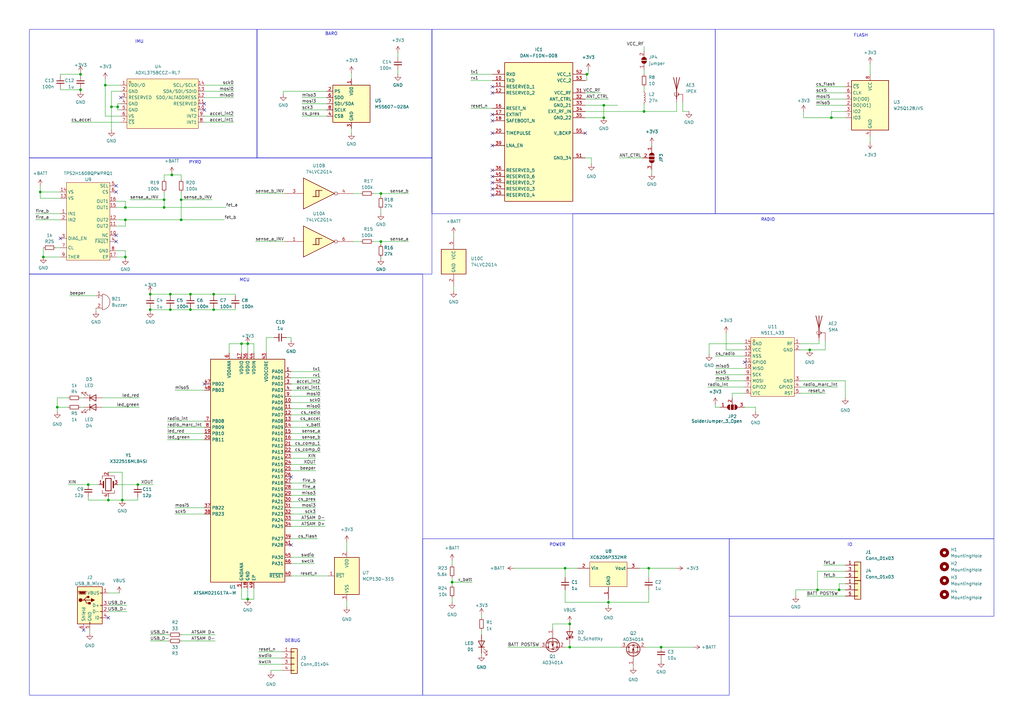
<source format=kicad_sch>
(kicad_sch (version 20250114) (generator "eeschema") (generator_version "9.0")
  (paper "A3")
  (rectangle (start 173.355 220.98) (end 299.085 285.115))
  (rectangle (start 293.37 12.065) (end 407.67 87.63))
  (rectangle (start 234.95 87.63) (end 407.67 220.98))
  (rectangle (start 105.41 12.065) (end 177.165 64.77))
  (rectangle (start 12.065 64.77) (end 177.165 112.395))
  (rectangle (start 177.165 12.065) (end 293.37 87.63))
  (rectangle (start 12.065 112.395) (end 173.355 285.115))
  (rectangle (start 12.065 12.065) (end 105.41 64.77))
  (rectangle (start 299.085 220.98) (end 407.67 252.73))
  (text "IMU" (at 57.15 17.145 0) (effects (font (size 1.27 1.27))))
  (text "PYRO" (at 80.01 66.675 0) (effects (font (size 1.27 1.27))))
  (text "DEBUG" (at 120.015 262.89 0) (effects (font (size 1.27 1.27))))
  (text "MCU" (at 100.33 114.935 0) (effects (font (size 1.27 1.27))))
  (text "BARO" (at 135.89 13.97 0) (effects (font (size 1.27 1.27))))
  (text "RADIO" (at 314.96 90.17 0) (effects (font (size 1.27 1.27))))
  (text "POWER" (at 228.6 223.52 0) (effects (font (size 1.27 1.27))))
  (text "GPS" (at 170.815 -70.485 0) (effects (font (size 1.27 1.27))))
  (text "FLASH" (at 353.06 14.605 0) (effects (font (size 1.27 1.27))))
  (text "IO\n" (at 348.615 223.52 0) (effects (font (size 1.27 1.27))))
  (junction (at 78.105 127))
  (junction (at 33.02 36.83))
  (junction (at 50.165 205.105))
  (junction (at 33.02 30.48))
  (junction (at 69.85 120.65))
  (junction (at 249.555 247.015))
  (junction (at 74.295 81.915))
  (junction (at 264.16 45.72))
  (junction (at 23.495 167.005))
  (junction (at 45.72 43.815))
  (junction (at 344.17 241.935))
  (junction (at 247.65 43.18))
  (junction (at 51.435 85.09))
  (junction (at 61.595 120.65))
  (junction (at 44.45 205.105))
  (junction (at 180.975 -38.735))
  (junction (at 335.28 241.935))
  (junction (at 240.665 30.48))
  (junction (at 99.06 140.97))
  (junction (at 156.21 79.375))
  (junction (at 51.435 105.41))
  (junction (at 332.105 143.51))
  (junction (at 101.6 140.97))
  (junction (at 67.31 85.09))
  (junction (at 156.21 99.06))
  (junction (at 61.595 127))
  (junction (at 233.68 255.905))
  (junction (at 78.105 120.65))
  (junction (at 266.065 233.045))
  (junction (at 43.18 34.925))
  (junction (at 231.775 233.045))
  (junction (at 16.51 78.74))
  (junction (at 56.515 198.755))
  (junction (at 74.295 90.17))
  (junction (at 51.435 90.17))
  (junction (at 101.6 245.745))
  (junction (at 87.63 120.65))
  (junction (at 139.065 -58.42))
  (junction (at 233.68 265.43))
  (junction (at 70.485 71.755))
  (junction (at 271.145 265.43))
  (junction (at 36.195 198.755))
  (junction (at 69.85 127))
  (junction (at 340.995 48.26))
  (junction (at 247.65 48.26))
  (junction (at 17.78 105.41))
  (junction (at 185.42 238.76))
  (junction (at 67.31 81.915))
  (junction (at 48.26 43.815))
  (junction (at 87.63 127))
  (no_connect (at 201.93 35.56))
  (no_connect (at 126.365 -38.735))
  (no_connect (at 201.93 80.01))
  (no_connect (at 34.29 258.445))
  (no_connect (at 44.45 253.365))
  (no_connect (at 83.82 157.48))
  (no_connect (at 47.625 76.2))
  (no_connect (at 49.53 40.005))
  (no_connect (at 126.365 -33.655))
  (no_connect (at 47.625 78.74))
  (no_connect (at 201.93 46.99))
  (no_connect (at 201.93 54.61))
  (no_connect (at 126.365 -26.035))
  (no_connect (at 201.93 69.85))
  (no_connect (at 201.93 49.53))
  (no_connect (at 47.625 96.52))
  (no_connect (at 156.845 -43.815))
  (no_connect (at 83.82 42.545))
  (no_connect (at 126.365 -41.275))
  (no_connect (at 240.03 54.61))
  (no_connect (at 201.93 74.93))
  (no_connect (at 119.38 195.58))
  (no_connect (at 201.93 72.39))
  (no_connect (at 119.38 223.52))
  (no_connect (at 305.435 148.59))
  (no_connect (at 126.365 -31.115))
  (no_connect (at 24.765 97.79))
  (no_connect (at 201.93 77.47))
  (no_connect (at 47.625 99.06))
  (no_connect (at 201.93 59.69))
  (no_connect (at 201.93 38.1))
  (no_connect (at 83.82 45.085))
  (wire (pts (xy 119.38 170.18) (xy 131.445 170.18)))
  (wire (pts (xy 185.42 245.11) (xy 185.42 247.015)))
  (wire (pts (xy 305.435 146.05) (xy 293.37 146.05)))
  (wire (pts (xy 163.195 28.575) (xy 163.195 30.48)))
  (wire (pts (xy 180.975 -65.405) (xy 180.975 -63.5)))
  (wire (pts (xy 142.24 222.25) (xy 142.24 226.06)))
  (wire (pts (xy 69.85 120.65) (xy 69.85 121.285)))
  (wire (pts (xy 27.94 163.195) (xy 23.495 163.195)))
  (wire (pts (xy 131.445 185.42) (xy 119.38 185.42)))
  (wire (pts (xy 338.455 143.51) (xy 332.105 143.51)))
  (wire (pts (xy 119.38 157.48) (xy 131.445 157.48)))
  (wire (pts (xy 335.915 140.97) (xy 335.915 139.7)))
  (wire (pts (xy 249.555 247.015) (xy 249.555 248.285)))
  (wire (pts (xy 271.145 270.51) (xy 271.145 271.145)))
  (wire (pts (xy 156.21 99.06) (xy 156.21 100.33)))
  (wire (pts (xy 119.38 154.94) (xy 131.445 154.94)))
  (wire (pts (xy 144.145 29.845) (xy 144.145 32.385)))
  (wire (pts (xy 145.415 -60.96) (xy 141.605 -60.96)))
  (wire (pts (xy 24.765 36.83) (xy 24.765 36.195)))
  (wire (pts (xy 194.31 -42.545) (xy 194.31 -38.735)))
  (wire (pts (xy 346.71 38.1) (xy 334.645 38.1)))
  (wire (pts (xy 44.45 250.825) (xy 52.07 250.825)))
  (wire (pts (xy 156.21 106.045) (xy 156.21 105.41)))
  (wire (pts (xy 33.02 30.48) (xy 24.765 30.48)))
  (wire (pts (xy 83.82 50.165) (xy 95.885 50.165)))
  (wire (pts (xy 231.775 265.43) (xy 233.68 265.43)))
  (wire (pts (xy 119.38 205.74) (xy 129.54 205.74)))
  (wire (pts (xy 335.28 234.315) (xy 346.71 234.315)))
  (wire (pts (xy 126.365 -48.895) (xy 117.475 -48.895)))
  (wire (pts (xy 240.665 30.48) (xy 240.665 33.02)))
  (wire (pts (xy 139.065 -58.42) (xy 139.065 -56.515)))
  (wire (pts (xy 144.145 52.705) (xy 144.145 54.61)))
  (wire (pts (xy 47.625 102.87) (xy 51.435 102.87)))
  (wire (pts (xy 50.165 205.105) (xy 44.45 205.105)))
  (wire (pts (xy 197.485 260.35) (xy 197.485 258.445)))
  (wire (pts (xy 338.455 139.7) (xy 338.455 143.51)))
  (wire (pts (xy 67.31 81.915) (xy 67.31 85.09)))
  (wire (pts (xy 163.195 21.59) (xy 163.195 23.495)))
  (wire (pts (xy 346.71 35.56) (xy 334.645 35.56)))
  (wire (pts (xy 36.195 205.105) (xy 44.45 205.105)))
  (wire (pts (xy 99.06 140.97) (xy 101.6 140.97)))
  (wire (pts (xy 87.63 127) (xy 87.63 126.365)))
  (wire (pts (xy 133.985 42.545) (xy 123.825 42.545)))
  (wire (pts (xy 340.995 45.72) (xy 340.995 48.26)))
  (wire (pts (xy 210.82 233.045) (xy 231.775 233.045)))
  (wire (pts (xy 68.58 172.72) (xy 83.82 172.72)))
  (wire (pts (xy 48.26 43.815) (xy 48.26 45.085)))
  (wire (pts (xy 16.51 81.28) (xy 16.51 78.74)))
  (wire (pts (xy 104.775 79.375) (xy 116.84 79.375)))
  (wire (pts (xy 119.38 200.66) (xy 129.54 200.66)))
  (wire (pts (xy 61.595 127) (xy 61.595 127.635)))
  (wire (pts (xy 346.71 163.195) (xy 346.71 156.21)))
  (wire (pts (xy 247.65 43.18) (xy 247.65 48.26)))
  (wire (pts (xy 51.435 106.045) (xy 51.435 105.41)))
  (wire (pts (xy 156.845 -31.115) (xy 164.465 -31.115)))
  (wire (pts (xy 343.535 158.75) (xy 328.295 158.75)))
  (wire (pts (xy 242.57 64.77) (xy 240.03 64.77)))
  (wire (pts (xy 240.03 48.26) (xy 247.65 48.26)))
  (wire (pts (xy 233.68 255.905) (xy 233.68 256.54)))
  (wire (pts (xy 139.065 -61.595) (xy 139.065 -58.42)))
  (wire (pts (xy 264.16 42.545) (xy 264.16 45.72)))
  (wire (pts (xy 61.595 127) (xy 69.85 127)))
  (wire (pts (xy 300.355 163.195) (xy 300.355 161.29)))
  (wire (pts (xy 61.595 120.65) (xy 61.595 121.285)))
  (wire (pts (xy 119.38 162.56) (xy 131.445 162.56)))
  (wire (pts (xy 267.335 59.055) (xy 267.335 59.69)))
  (wire (pts (xy 23.495 167.005) (xy 23.495 168.91)))
  (wire (pts (xy 335.28 241.935) (xy 344.17 241.935)))
  (wire (pts (xy 330.835 244.475) (xy 346.71 244.475)))
  (wire (pts (xy 208.28 265.43) (xy 221.615 265.43)))
  (wire (pts (xy 116.205 38.735) (xy 116.205 37.465)))
  (wire (pts (xy 226.695 255.905) (xy 233.68 255.905)))
  (wire (pts (xy 309.88 167.005) (xy 305.435 167.005)))
  (wire (pts (xy 70.485 71.755) (xy 74.295 71.755)))
  (wire (pts (xy 74.295 81.915) (xy 74.295 90.17)))
  (wire (pts (xy 249.555 245.745) (xy 249.555 247.015)))
  (wire (pts (xy 264.795 265.43) (xy 271.145 265.43)))
  (wire (pts (xy 180.975 -48.895) (xy 180.975 -46.99)))
  (wire (pts (xy 99.06 241.3) (xy 99.06 245.745)))
  (wire (pts (xy 193.04 44.45) (xy 201.93 44.45)))
  (wire (pts (xy 119.38 236.22) (xy 134.62 236.22)))
  (wire (pts (xy 249.555 247.015) (xy 266.065 247.015)))
  (wire (pts (xy 56.515 205.105) (xy 50.165 205.105)))
  (wire (pts (xy 87.63 127) (xy 96.52 127)))
  (wire (pts (xy 194.31 -38.735) (xy 180.975 -38.735)))
  (wire (pts (xy 249.555 247.015) (xy 231.775 247.015)))
  (wire (pts (xy 119.38 198.12) (xy 129.54 198.12)))
  (wire (pts (xy 293.37 165.735) (xy 293.37 167.005)))
  (wire (pts (xy 119.38 172.72) (xy 131.445 172.72)))
  (wire (pts (xy 346.71 156.21) (xy 328.295 156.21)))
  (wire (pts (xy 328.295 140.97) (xy 335.915 140.97)))
  (wire (pts (xy 197.485 252.095) (xy 197.485 253.365)))
  (wire (pts (xy 150.495 -60.96) (xy 156.845 -60.96)))
  (wire (pts (xy 112.395 138.43) (xy 109.22 138.43)))
  (wire (pts (xy 332.105 143.51) (xy 328.295 143.51)))
  (wire (pts (xy 51.435 105.41) (xy 47.625 105.41)))
  (wire (pts (xy 119.38 180.34) (xy 131.445 180.34)))
  (wire (pts (xy 56.515 198.755) (xy 62.865 198.755)))
  (wire (pts (xy 74.295 262.89) (xy 88.265 262.89)))
  (wire (pts (xy 67.31 71.755) (xy 67.31 73.66)))
  (wire (pts (xy 99.06 245.745) (xy 101.6 245.745)))
  (wire (pts (xy 43.18 34.925) (xy 49.53 34.925)))
  (wire (pts (xy 106.045 267.335) (xy 115.57 267.335)))
  (wire (pts (xy 153.035 79.375) (xy 156.21 79.375)))
  (wire (pts (xy 305.435 151.13) (xy 293.37 151.13)))
  (wire (pts (xy 61.595 127) (xy 61.595 126.365)))
  (wire (pts (xy 156.845 -38.735) (xy 180.975 -38.735)))
  (wire (pts (xy 141.605 -60.96) (xy 141.605 -56.515)))
  (wire (pts (xy 47.625 82.55) (xy 51.435 82.55)))
  (wire (pts (xy 242.57 67.31) (xy 242.57 64.77)))
  (wire (pts (xy 70.485 71.12) (xy 70.485 71.755)))
  (wire (pts (xy 22.86 101.6) (xy 24.765 101.6)))
  (wire (pts (xy 44.45 248.285) (xy 52.07 248.285)))
  (wire (pts (xy 45.72 37.465) (xy 49.53 37.465)))
  (wire (pts (xy 119.38 210.82) (xy 129.54 210.82)))
  (wire (pts (xy 340.995 48.26) (xy 346.71 48.26)))
  (wire (pts (xy 141.605 -20.955) (xy 141.605 -17.145)))
  (wire (pts (xy 83.82 47.625) (xy 95.885 47.625)))
  (wire (pts (xy 153.035 99.06) (xy 156.21 99.06)))
  (wire (pts (xy 24.765 81.28) (xy 16.51 81.28)))
  (wire (pts (xy 246.38 38.1) (xy 240.03 38.1)))
  (wire (pts (xy 45.72 43.815) (xy 48.26 43.815)))
  (wire (pts (xy 117.475 -28.575) (xy 126.365 -28.575)))
  (wire (pts (xy 193.675 238.76) (xy 185.42 238.76)))
  (wire (pts (xy 199.39 -38.735) (xy 196.85 -38.735)))
  (wire (pts (xy 119.38 187.96) (xy 129.54 187.96)))
  (wire (pts (xy 57.15 163.195) (xy 41.91 163.195)))
  (wire (pts (xy 241.3 28.575) (xy 241.3 30.48)))
  (wire (pts (xy 119.38 138.43) (xy 117.475 138.43)))
  (wire (pts (xy 164.465 -16.51) (xy 164.465 -17.78)))
  (wire (pts (xy 43.18 47.625) (xy 49.53 47.625)))
  (wire (pts (xy 240.03 40.64) (xy 249.555 40.64)))
  (wire (pts (xy 119.38 139.7) (xy 119.38 138.43)))
  (wire (pts (xy 104.14 144.78) (xy 104.14 140.97)))
  (wire (pts (xy 47.625 85.09) (xy 51.435 85.09)))
  (wire (pts (xy 335.28 234.315) (xy 335.28 241.935)))
  (wire (pts (xy 156.21 99.06) (xy 167.64 99.06)))
  (wire (pts (xy 44.45 243.205) (xy 48.895 243.205)))
  (wire (pts (xy 23.495 163.195) (xy 23.495 167.005)))
  (wire (pts (xy 185.42 236.855) (xy 185.42 238.76)))
  (wire (pts (xy 51.435 92.71) (xy 51.435 90.17)))
  (wire (pts (xy 240.665 33.02) (xy 240.03 33.02)))
  (wire (pts (xy 111.125 275.59) (xy 111.125 274.955)))
  (wire (pts (xy 33.02 36.83) (xy 33.02 36.195)))
  (wire (pts (xy 119.38 215.9) (xy 133.35 215.9)))
  (wire (pts (xy 186.055 95.885) (xy 186.055 97.155)))
  (wire (pts (xy 119.38 203.2) (xy 129.54 203.2)))
  (wire (pts (xy 74.295 81.915) (xy 86.995 81.915)))
  (wire (pts (xy 144.78 99.06) (xy 147.955 99.06)))
  (wire (pts (xy 83.82 40.005) (xy 95.885 40.005)))
  (wire (pts (xy 53.34 81.915) (xy 67.31 81.915)))
  (wire (pts (xy 69.85 120.65) (xy 78.105 120.65)))
  (wire (pts (xy 290.83 140.97) (xy 305.435 140.97)))
  (wire (pts (xy 47.625 92.71) (xy 51.435 92.71)))
  (wire (pts (xy 126.365 -46.355) (xy 117.475 -46.355)))
  (wire (pts (xy 104.14 241.3) (xy 104.14 245.745)))
  (wire (pts (xy 233.68 264.16) (xy 233.68 265.43)))
  (wire (pts (xy 277.495 41.91) (xy 277.495 45.72)))
  (wire (pts (xy 24.765 78.74) (xy 16.51 78.74)))
  (wire (pts (xy 67.31 78.74) (xy 67.31 81.915)))
  (wire (pts (xy 39.37 126.365) (xy 39.37 127.635)))
  (wire (pts (xy 48.26 198.755) (xy 56.515 198.755)))
  (wire (pts (xy 44.45 193.675) (xy 50.165 193.675)))
  (wire (pts (xy 201.93 30.48) (xy 193.04 30.48)))
  (wire (pts (xy 271.145 265.43) (xy 284.48 265.43)))
  (wire (pts (xy 44.45 205.105) (xy 44.45 203.835)))
  (wire (pts (xy 68.58 175.26) (xy 83.82 175.26)))
  (wire (pts (xy 133.985 40.005) (xy 123.825 40.005)))
  (wire (pts (xy 83.82 208.28) (xy 71.755 208.28)))
  (wire (pts (xy 74.295 90.17) (xy 92.075 90.17)))
  (wire (pts (xy 93.98 144.78) (xy 93.98 140.97)))
  (wire (pts (xy 119.38 152.4) (xy 131.445 152.4)))
  (wire (pts (xy 240.03 43.18) (xy 247.65 43.18)))
  (wire (pts (xy 280.035 45.72) (xy 280.035 41.91)))
  (wire (pts (xy 69.215 260.35) (xy 61.595 260.35)))
  (wire (pts (xy 266.065 233.045) (xy 266.065 236.855)))
  (wire (pts (xy 119.38 160.02) (xy 131.445 160.02)))
  (wire (pts (xy 36.195 203.835) (xy 36.195 205.105)))
  (wire (pts (xy 329.565 48.26) (xy 340.995 48.26)))
  (wire (pts (xy 49.53 50.165) (xy 29.21 50.165)))
  (wire (pts (xy 266.065 233.045) (xy 277.495 233.045)))
  (wire (pts (xy 144.78 79.375) (xy 147.955 79.375)))
  (wire (pts (xy 116.205 37.465) (xy 133.985 37.465)))
  (wire (pts (xy 264.16 19.05) (xy 264.16 20.955)))
  (wire (pts (xy 51.435 90.17) (xy 74.295 90.17)))
  (wire (pts (xy 346.71 43.18) (xy 334.645 43.18)))
  (wire (pts (xy 87.63 120.65) (xy 87.63 121.285)))
  (wire (pts (xy 69.215 262.89) (xy 61.595 262.89)))
  (wire (pts (xy 326.39 241.935) (xy 335.28 241.935)))
  (wire (pts (xy 96.52 127) (xy 96.52 126.365)))
  (wire (pts (xy 356.87 55.88) (xy 356.87 58.42)))
  (wire (pts (xy 264.16 35.56) (xy 264.16 37.465)))
  (wire (pts (xy 119.38 208.28) (xy 129.54 208.28)))
  (wire (pts (xy 51.435 82.55) (xy 51.435 85.09)))
  (wire (pts (xy 142.24 246.38) (xy 142.24 248.92)))
  (wire (pts (xy 231.775 233.045) (xy 231.775 236.855)))
  (wire (pts (xy 156.21 79.375) (xy 156.21 80.645)))
  (wire (pts (xy 78.105 127) (xy 78.105 126.365)))
  (wire (pts (xy 74.295 260.35) (xy 88.265 260.35)))
  (wire (pts (xy 344.17 241.935) (xy 346.71 241.935)))
  (wire (pts (xy 28.575 121.285) (xy 39.37 121.285)))
  (wire (pts (xy 109.22 138.43) (xy 109.22 144.78)))
  (wire (pts (xy 233.68 265.43) (xy 254.635 265.43)))
  (wire (pts (xy 74.295 73.66) (xy 74.295 71.755)))
  (wire (pts (xy 156.21 79.375) (xy 167.64 79.375)))
  (wire (pts (xy 119.38 190.5) (xy 129.54 190.5)))
  (wire (pts (xy 101.6 241.3) (xy 101.6 245.745)))
  (wire (pts (xy 305.435 153.67) (xy 293.37 153.67)))
  (wire (pts (xy 93.98 140.97) (xy 99.06 140.97)))
  (wire (pts (xy 24.765 87.63) (xy 14.605 87.63)))
  (wire (pts (xy 247.65 43.18) (xy 253.365 43.18)))
  (wire (pts (xy 119.38 177.8) (xy 131.445 177.8)))
  (wire (pts (xy 69.85 127) (xy 69.85 126.365)))
  (wire (pts (xy 24.765 30.48) (xy 24.765 31.115)))
  (wire (pts (xy 326.39 244.475) (xy 326.39 241.935)))
  (wire (pts (xy 186.055 117.475) (xy 186.055 119.38)))
  (wire (pts (xy 164.465 -31.115) (xy 164.465 -25.4)))
  (wire (pts (xy 48.26 43.815) (xy 48.26 42.545)))
  (wire (pts (xy 180.975 -55.88) (xy 180.975 -53.975)))
  (wire (pts (xy 45.72 43.815) (xy 45.72 37.465)))
  (wire (pts (xy 240.03 45.72) (xy 264.16 45.72)))
  (wire (pts (xy 43.18 34.925) (xy 43.18 47.625)))
  (wire (pts (xy 78.105 120.65) (xy 87.63 120.65)))
  (wire (pts (xy 83.82 34.925) (xy 95.885 34.925)))
  (wire (pts (xy 226.695 255.905) (xy 226.695 257.81)))
  (wire (pts (xy 290.83 145.415) (xy 290.83 140.97)))
  (wire (pts (xy 61.595 120.65) (xy 69.85 120.65)))
  (wire (pts (xy 83.82 210.82) (xy 71.755 210.82)))
  (wire (pts (xy 156.21 85.725) (xy 156.21 87.63)))
  (wire (pts (xy 263.525 64.77) (xy 254 64.77)))
  (wire (pts (xy 293.37 167.005) (xy 295.275 167.005)))
  (wire (pts (xy 233.68 255.27) (xy 233.68 255.905)))
  (wire (pts (xy 99.06 144.78) (xy 99.06 140.97)))
  (wire (pts (xy 33.02 30.48) (xy 33.02 31.115)))
  (wire (pts (xy 51.435 102.87) (xy 51.435 105.41)))
  (wire (pts (xy 67.31 85.09) (xy 92.71 85.09)))
  (wire (pts (xy 133.985 45.085) (xy 123.825 45.085)))
  (wire (pts (xy 104.775 99.06) (xy 116.84 99.06)))
  (wire (pts (xy 356.87 26.035) (xy 356.87 30.48)))
  (wire (pts (xy 119.38 182.88) (xy 131.445 182.88)))
  (wire (pts (xy 146.685 -56.515) (xy 153.67 -56.515)))
  (wire (pts (xy 68.58 177.8) (xy 83.82 177.8)))
  (wire (pts (xy 56.515 203.835) (xy 56.515 205.105)))
  (wire (pts (xy 104.14 140.97) (xy 101.6 140.97)))
  (wire (pts (xy 111.125 274.955) (xy 115.57 274.955)))
  (wire (pts (xy 346.71 239.395) (xy 344.17 239.395)))
  (wire (pts (xy 197.485 267.97) (xy 197.485 268.605)))
  (wire (pts (xy 309.88 168.91) (xy 309.88 167.005)))
  (wire (pts (xy 196.85 -38.735) (xy 196.85 -42.545)))
  (wire (pts (xy 27.94 198.755) (xy 36.195 198.755)))
  (wire (pts (xy 16.51 78.74) (xy 16.51 76.2)))
  (wire (pts (xy 115.57 269.875) (xy 106.045 269.875)))
  (wire (pts (xy 43.18 32.385) (xy 43.18 34.925)))
  (wire (pts (xy 33.02 163.195) (xy 34.29 163.195)))
  (wire (pts (xy 259.715 273.685) (xy 259.715 273.05)))
  (wire (pts (xy 70.485 71.755) (xy 67.31 71.755)))
  (wire (pts (xy 185.42 229.87) (xy 185.42 231.775)))
  (wire (pts (xy 104.14 245.745) (xy 101.6 245.745)))
  (wire (pts (xy 61.595 120.015) (xy 61.595 120.65)))
  (wire (pts (xy 119.38 228.6) (xy 128.905 228.6)))
  (wire (pts (xy 337.82 236.855) (xy 346.71 236.855)))
  (wire (pts (xy 264.16 28.575) (xy 264.16 30.48)))
  (wire (pts (xy 87.63 120.65) (xy 96.52 120.65)))
  (wire (pts (xy 282.575 45.72) (xy 280.035 45.72)))
  (wire (pts (xy 33.02 36.83) (xy 33.02 37.465)))
  (wire (pts (xy 133.985 47.625) (xy 123.825 47.625)))
  (wire (pts (xy 297.815 143.51) (xy 305.435 143.51)))
  (wire (pts (xy 45.72 53.34) (xy 45.72 43.815)))
  (wire (pts (xy 119.38 175.26) (xy 131.445 175.26)))
  (wire (pts (xy 136.525 -58.42) (xy 136.525 -56.515)))
  (wire (pts (xy 262.255 233.045) (xy 266.065 233.045)))
  (wire (pts (xy 241.3 30.48) (xy 240.665 30.48)))
  (wire (pts (xy 119.38 167.64) (xy 131.445 167.64)))
  (wire (pts (xy 346.71 45.72) (xy 340.995 45.72)))
  (wire (pts (xy 305.435 156.21) (xy 293.37 156.21)))
  (wire (pts (xy 83.82 160.02) (xy 71.755 160.02)))
  (wire (pts (xy 240.03 30.48) (xy 240.665 30.48)))
  (wire (pts (xy 36.195 198.755) (xy 40.64 198.755)))
  (wire (pts (xy 83.82 37.465) (xy 95.885 37.465)))
  (wire (pts (xy 231.775 241.935) (xy 231.775 247.015)))
  (wire (pts (xy 277.495 45.72) (xy 264.16 45.72)))
  (wire (pts (xy 47.625 90.17) (xy 51.435 90.17)))
  (wire (pts (xy 96.52 120.65) (xy 96.52 121.285)))
  (wire (pts (xy 33.02 167.005) (xy 34.29 167.005)))
  (wire (pts (xy 74.295 78.74) (xy 74.295 81.915)))
  (wire (pts (xy 48.26 45.085) (xy 49.53 45.085)))
  (wire (pts (xy 329.565 45.72) (xy 329.565 48.26)))
  (wire (pts (xy 57.15 167.005) (xy 41.91 167.005)))
  (wire (pts (xy 129.54 193.04) (xy 119.38 193.04)))
  (wire (pts (xy 201.93 33.02) (xy 193.04 33.02)))
  (wire (pts (xy 48.26 42.545) (xy 49.53 42.545)))
  (wire (pts (xy 78.105 127) (xy 87.63 127)))
  (wire (pts (xy 17.78 101.6) (xy 17.78 105.41)))
  (wire (pts (xy 139.065 -58.42) (xy 136.525 -58.42)))
  (wire (pts (xy 115.57 272.415) (xy 106.045 272.415)))
  (wire (pts (xy 27.94 167.005) (xy 23.495 167.005)))
  (wire (pts (xy 337.82 231.775) (xy 346.71 231.775)))
  (wire (pts (xy 119.38 220.98) (xy 130.175 220.98)))
  (wire (pts (xy 17.78 105.41) (xy 24.765 105.41)))
  (wire (pts (xy 290.195 158.75) (xy 305.435 158.75)))
  (wire (pts (xy 33.02 29.845) (xy 33.02 30.48)))
  (wire (pts (xy 164.465 -11.43) (xy 164.465 -6.985)))
  (wire (pts (xy 119.38 231.14) (xy 128.905 231.14)))
  (wire (pts (xy 78.105 120.65) (xy 78.105 121.285)))
  (wire (pts (xy 24.765 90.17) (xy 14.605 90.17)))
  (wire (pts (xy 266.065 241.935) (xy 266.065 247.015)))
  (wire (pts (xy 300.355 161.29) (xy 305.435 161.29)))
  (wire (pts (xy 36.83 258.445) (xy 36.83 259.715)))
  (wire (pts (xy 180.975 -41.91) (xy 180.975 -38.735)))
  (wire (pts (xy 50.165 193.675) (xy 50.165 205.105)))
  (wire (pts (xy 346.71 40.64) (xy 334.645 40.64)))
  (wire (pts (xy 338.455 161.29) (xy 328.295 161.29)))
  (wire (pts (xy 101.6 140.97) (xy 101.6 144.78)))
  (wire (pts (xy 185.42 238.76) (xy 185.42 240.03)))
  (wire (pts (xy 33.02 36.83) (xy 24.765 36.83)))
  (wire (pts (xy 119.38 165.1) (xy 131.445 165.1)))
  (wire (pts (xy 297.815 136.525) (xy 297.815 143.51)))
  (wire (pts (xy 69.85 127) (xy 78.105 127)))
  (wire (pts (xy 267.335 69.85) (xy 267.335 71.12)))
  (wire (pts (xy 344.17 239.395) (xy 344.17 241.935)))
  (wire (pts (xy 68.58 180.34) (xy 83.82 180.34)))
  (wire (pts (xy 231.775 233.045) (xy 236.855 233.045)))
  (wire (pts (xy 119.38 213.36) (xy 133.35 213.36)))
  (wire (pts (xy 51.435 85.09) (xy 67.31 85.09)))
  (label "sense_b_INV" (at 104.775 79.375 0))
  (label "sck5" (at 293.37 153.67 0))
  (label "fet_b" (at 337.82 236.855 0))
  (label "sense_b_INV" (at 86.995 81.915 180))
  (label "USB_D+" (at 61.595 260.35 0))
  (label "mosi3" (at 129.54 208.28 180))
  (label "ATSAM D-" (at 88.265 262.89 180))
  (label "XOUT" (at 129.54 190.5 180))
  (label "sck3" (at 123.825 45.085 0))
  (label "ANT_CTRL" (at 249.555 40.64 180))
  (label "cs_radio" (at 131.445 170.18 180))
  (label "ANT_CTRL" (at 254 64.77 0))
  (label "sck5" (at 71.755 210.82 0))
  (label "cs_comp_1" (at 131.445 182.88 180))
  (label "sense_a_INV" (at 53.34 81.915 0))
  (label "rx1" (at 131.445 154.94 180))
  (label "fire_a" (at 14.605 90.17 0))
  (label "sck3" (at 129.54 210.82 180))
  (label "sense_b" (at 131.445 180.34 180))
  (label "mosi5" (at 334.645 40.64 0))
  (label "rx1" (at 117.475 -48.895 0))
  (label "cs_flash" (at 130.175 220.98 180))
  (label "USB_D+" (at 52.07 248.285 180))
  (label "led_green" (at 68.58 180.34 0))
  (label "sense_a_INV" (at 104.775 99.06 0))
  (label "beeper" (at 129.54 193.04 180))
  (label "fet_a" (at 92.71 85.09 0))
  (label "reset_n" (at 338.455 161.29 180))
  (label "cs_pres" (at 123.825 47.625 0))
  (label "radio_int" (at 290.195 158.75 0))
  (label "miso3" (at 123.825 40.005 0))
  (label "radio_int" (at 68.58 172.72 0))
  (label "tx1" (at 131.445 152.4 180))
  (label "VCC_RF" (at 153.67 -56.515 180))
  (label "beeper" (at 28.575 121.285 0))
  (label "miso3" (at 129.54 203.2 180))
  (label "fet_a" (at 337.82 231.775 0))
  (label "VCC_RF" (at 246.38 38.1 180))
  (label "fire_b" (at 129.54 198.12 180))
  (label "USB_D-" (at 52.07 250.825 180))
  (label "ATSAM D+" (at 133.35 215.9 180))
  (label "sense_a" (at 131.445 177.8 180))
  (label "XIN" (at 27.94 198.755 0))
  (label "sense_a" (at 167.64 99.06 180))
  (label "reset_n" (at 130.175 236.22 180))
  (label "mosi5" (at 71.755 208.28 0))
  (label "swdio" (at 106.045 269.875 0))
  (label "rx1" (at 193.04 33.02 0))
  (label "swclk" (at 106.045 272.415 0))
  (label "reset_n" (at 117.475 -28.575 0))
  (label "miso5" (at 71.755 160.02 0))
  (label "mosi0" (at 131.445 162.56 180))
  (label "led_green" (at 57.15 167.005 180))
  (label "reset_n" (at 193.04 44.45 0))
  (label "cs_accel" (at 131.445 172.72 180))
  (label "VCC_RF" (at 264.16 19.05 180))
  (label "reset_n" (at 106.045 267.335 0))
  (label "miso5" (at 334.645 43.18 0))
  (label "swclk" (at 128.905 231.14 180))
  (label "cs_accel" (at 29.21 50.165 0))
  (label "cs_pres" (at 129.54 205.74 180))
  (label "miso0" (at 95.885 40.005 180))
  (label "sck0" (at 95.885 34.925 180))
  (label "mosi3" (at 123.825 42.545 0))
  (label "accel_int2" (at 131.445 157.48 180))
  (label "fet_b" (at 92.075 90.17 0))
  (label "BATT POSTSW" (at 208.28 265.43 0))
  (label "miso0" (at 131.445 167.64 180))
  (label "accel_int1" (at 131.445 160.02 180))
  (label "led_red" (at 57.15 163.195 180))
  (label "ATSAM D+" (at 88.265 260.35 180))
  (label "v_batt" (at 131.445 175.26 180))
  (label "miso5" (at 293.37 151.13 0))
  (label "accel_int1" (at 95.885 50.165 180))
  (label "accel_int2" (at 95.885 47.625 180))
  (label "cs_radio" (at 293.37 146.05 0))
  (label "VCC_RF" (at 180.975 -65.405 180))
  (label "ATSAM D-" (at 133.35 213.36 180))
  (label "sck0" (at 131.445 165.1 180))
  (label "XOUT" (at 62.865 198.755 180))
  (label "sense_b" (at 167.64 79.375 180))
  (label "swdio" (at 128.905 228.6 180))
  (label "led_red" (at 68.58 177.8 0))
  (label "tx1" (at 193.04 30.48 0))
  (label "BATT POSTSW" (at 330.835 244.475 0))
  (label "mosi0" (at 95.885 37.465 180))
  (label "USB_D-" (at 61.595 262.89 0))
  (label "sck5" (at 334.645 38.1 0))
  (label "radio_marc_int" (at 343.535 158.75 180))
  (label "fire_b" (at 14.605 87.63 0))
  (label "radio_marc_int" (at 68.58 175.26 0))
  (label "cs_flash" (at 334.645 35.56 0))
  (label "cs_comp_0" (at 131.445 185.42 180))
  (label "fire_a" (at 129.54 200.66 180))
  (label "mosi5" (at 293.37 156.21 0))
  (label "XIN" (at 129.54 187.96 180))
  (label "tx1" (at 117.475 -46.355 0))
  (label "v_batt" (at 193.675 238.76 180))
  (symbol (lib_name "+3V3_2") (lib_id "power:+3V3") (at 43.18 32.385 0) (unit 1)
    (property "Reference" "#PWR025" (effects (hide yes)))
    (property "Value" "+3V3" (at 43.18 27.305 0))
    (property "Description" "Power symbol creates a global label with name \"+3V3\"" (effects (hide yes)))
  )
  (symbol (lib_name "+3V3_5") (lib_id "power:+3V3") (at 356.87 26.035 0) (unit 1)
    (property "Reference" "#PWR040" (effects (hide yes)))
    (property "Value" "+3V3" (at 356.87 21.59 0))
    (property "Description" "Power symbol creates a global label with name \"+3V3\"" (effects (hide yes)))
  )
  (symbol (lib_id "Device:R_Small") (at 164.465 -13.97 0) (mirror x) (unit 1)
    (property "Reference" "R6" (at 167.64 -15.24 0))
    (property "Value" "1k" (at 167.64 -12.7 0))
    (property "Footprint" "Resistor_SMD:R_0402_1005Metric" (effects (hide yes)))
    (property "LCSC Part" "C11702" (effects (hide yes)))
  )
  (symbol (lib_id "Device:R_Small") (at 147.955 -60.96 90) (unit 1)
    (property "Reference" "R7" (at 147.955 -66.04 90))
    (property "Value" "56k" (at 147.955 -63.5 90))
    (property "Footprint" "Resistor_SMD:R_0402_1005Metric" (effects (hide yes)))
    (property "Description" "Resistor, small symbol" (effects (hide yes)))
    (property "LCSC Part" "C25796" (effects (hide yes)))
  )
  (symbol (lib_id "Device:LED") (at 38.1 167.005 0) (unit 1) (in_bom no)
    (property "Reference" "D4" (at 36.5125 174.625 0))
    (property "Value" "LED" (at 36.5125 172.085 0))
    (property "Footprint" "LED_SMD:LED_0805_2012Metric" (effects (hide yes)))
  )
  (symbol (lib_id "74xGxx:74LVC2G14") (at 132.08 79.375 0) (unit 2)
    (property "Reference" "U10" (at 130.81 67.945 0))
    (property "Value" "74LVC2G14" (at 130.81 70.485 0))
    (property "Footprint" "Package_TO_SOT_SMD:SOT-363_SC-70-6" (effects (hide yes)))
    (property "Datasheet" "https://www.ti.com/lit/ds/symlink/sn74lvc2g14.pdf" (effects (hide yes)))
    (property "Description" "Dual NOT Gate, Schmitt Triggered, Low-Voltage CMOS" (effects (hide yes)))
    (property "LCSC Part" "C19829575" (effects (hide yes)))
  )
  (symbol (lib_name "GND_13") (lib_id "power:GND") (at 332.105 143.51 0) (unit 1)
    (property "Reference" "#PWR060" (effects (hide yes)))
    (property "Value" "GND" (at 332.105 148.59 0))
    (property "Description" "Power symbol creates a global label with name \"GND\" , ground" (effects (hide yes)))
  )
  (symbol (lib_id "power:+12P") (at 284.48 265.43 270) (unit 1)
    (property "Reference" "#PWR010" (effects (hide yes)))
    (property "Value" "+BATT" (at 287.655 265.43 90) (effects (justify left)))
  )
  (symbol (lib_id "Device:R_Small") (at 180.975 -51.435 0) (mirror x) (unit 1)
    (property "Reference" "R10" (at 184.15 -52.705 0))
    (property "Value" "10" (at 184.15 -50.165 0))
    (property "Footprint" "Resistor_SMD:R_0402_1005Metric" (effects (hide yes)))
    (property "Description" "10ohm, 5% 0.25W" (effects (hide yes)))
    (property "LCSC Part" "C11702" (effects (hide yes)))
  )
  (symbol (lib_name "Conn_01x03_1") (lib_id "Connector_Generic:Conn_01x03") (at 351.79 241.935 0) (unit 1)
    (property "Reference" "J4" (at 354.965 234.0609 0) (effects (justify left)))
    (property "Value" "Conn_01x03" (at 354.965 236.6009 0) (effects (justify left)))
    (property "Footprint" "footprints:CONN3_2059-303&slash_998-403_WAG" (effects (hide yes)))
    (property "Description" "Generic connector, single row, 01x03, script generated (kicad-library-utils/schlib/autogen/connector/)" (effects (hide yes)))
    (property "Part #" "2059-323/998-403" (effects (hide yes)))
  )
  (symbol (lib_name "GND_7") (lib_id "power:GND") (at 163.195 30.48 0) (unit 1)
    (property "Reference" "#PWR031" (effects (hide yes)))
    (property "Value" "GND" (at 163.195 34.925 0))
    (property "Description" "Power symbol creates a global label with name \"GND\" , ground" (effects (hide yes)))
  )
  (symbol (lib_name "GND_3") (lib_id "power:GND") (at 185.42 247.015 0) (unit 1)
    (property "Reference" "#PWR062" (effects (hide yes)))
    (property "Value" "GND" (at 185.42 252.095 0))
    (property "Description" "Power symbol creates a global label with name \"GND\" , ground" (effects (hide yes)))
  )
  (symbol (lib_name "GND_8") (lib_id "power:GND") (at 199.39 -38.735 0) (unit 1)
    (property "Reference" "#PWR038" (effects (hide yes)))
    (property "Value" "GND" (at 199.39 -34.29 0))
    (property "Description" "Power symbol creates a global label with name \"GND\" , ground" (effects (hide yes)))
  )
  (symbol (lib_id "Device:R_Small") (at 156.21 102.87 0) (mirror x) (unit 1)
    (property "Reference" "R16" (at 157.48 101.6 0) (effects (justify left)))
    (property "Value" "27k" (at 157.48 104.14 0) (effects (justify left)))
    (property "Footprint" "Resistor_SMD:R_0402_1005Metric" (effects (hide yes)))
    (property "Description" "Resistor, small symbol" (effects (hide yes)))
    (property "LCSC Part" "C25771" (effects (hide yes)))
  )
  (symbol (lib_id "Device:R_Small") (at 71.755 260.35 90) (unit 1)
    (property "Reference" "R2" (at 71.755 255.27 90))
    (property "Value" "33" (at 71.755 257.81 90))
    (property "Footprint" "Resistor_SMD:R_0402_1005Metric" (effects (hide yes)))
    (property "Description" "Resistor, small symbol" (effects (hide yes)))
    (property "LCSC Part" "C25105" (effects (hide yes)))
  )
  (symbol (lib_id "Jumper:SolderJumper_3_Open") (at 300.355 167.005 0) (mirror x) (unit 1) (in_bom no)
    (property "Reference" "JP2" (at 300.355 170.815 0))
    (property "Value" "SolderJumper_3_Open" (at 294.005 172.72 0))
    (property "Footprint" "Jumper:SolderJumper-3_P1.3mm_Open_RoundedPad1.0x1.5mm" (effects (hide yes)))
    (property "Description" "Solder Jumper, 3-pole, open" (effects (hide yes)))
  )
  (symbol (lib_id "power:+3V3") (at 61.595 120.015 0) (unit 1)
    (property "Reference" "#PWR015" (effects (hide yes)))
    (property "Value" "+3V3" (at 61.595 116.84 0))
  )
  (symbol (lib_id "power:GND") (at 259.715 273.685 0) (unit 1)
    (property "Reference" "#PWR07" (effects (hide yes)))
    (property "Value" "GND" (at 259.715 278.765 0))
  )
  (symbol (lib_id "Device:R_Small") (at 30.48 167.005 90) (unit 1)
    (property "Reference" "R5" (at 30.48 169.545 90))
    (property "Value" "1k" (at 30.48 172.085 90))
    (property "Footprint" "Resistor_SMD:R_0402_1005Metric" (effects (hide yes)))
    (property "LCSC Part" "C11702" (effects (hide yes)))
  )
  (symbol (lib_id "Mechanical:MountingHole") (at 387.35 232.41 0) (unit 1)
    (property "Reference" "H2" (at 389.89 231.1399 0) (effects (justify left)))
    (property "Value" "MountingHole" (at 389.89 233.6799 0) (effects (justify left)))
    (property "Footprint" "MountingHole:MountingHole_3.2mm_M3" (effects (hide yes)))
    (property "Description" "Mounting Hole without connection" (effects (hide yes)))
  )
  (symbol (lib_name "+3V3_4") (lib_id "power:+3V3") (at 267.335 59.055 0) (unit 1)
    (property "Reference" "#PWR045" (effects (hide yes)))
    (property "Value" "+3V3" (at 267.335 53.975 0))
    (property "Description" "Power symbol creates a global label with name \"+3V3\"" (effects (hide yes)))
  )
  (symbol (lib_name "GND_8") (lib_id "power:GND") (at 247.65 48.26 0) (unit 1)
    (property "Reference" "#PWR044" (effects (hide yes)))
    (property "Value" "GND" (at 247.65 52.705 0))
    (property "Description" "Power symbol creates a global label with name \"GND\" , ground" (effects (hide yes)))
  )
  (symbol (lib_id "Device:C_Small") (at 56.515 201.295 0) (mirror y) (unit 1)
    (property "Reference" "C11" (at 58.42 200.66 0) (effects (justify right)))
    (property "Value" "12p" (at 58.42 203.2 0) (effects (justify right)))
    (property "Footprint" "Capacitor_SMD:C_0402_1005Metric" (effects (hide yes)))
    (property "Description" "Unpolarized capacitor, small symbol" (effects (hide yes)))
    (property "LCSC Part" "C1547" (effects (hide yes)))
  )
  (symbol (lib_id ".kicad_sym:XC6206P332MR") (at 249.555 233.045 0) (unit 1)
    (property "Reference" "U8" (at 249.555 226.06 0))
    (property "Value" "XC6206P332MR" (at 249.555 228.6 0))
    (property "Footprint" "Package_TO_SOT_SMD:SOT-23-3" (effects (hide yes)))
    (property "Datasheet" "https://lcsc.com/product-detail/Low-Dropout-Regulators-LDO_XC6206P332MR_C5446.html" (effects (hide yes)))
    (property "LCSC Part" "C5446" (effects (hide yes)))
  )
  (symbol (lib_id "Device:R_Small") (at 71.755 262.89 90) (mirror x) (unit 1)
    (property "Reference" "R3" (at 71.755 267.97 90))
    (property "Value" "33" (at 71.755 265.43 90))
    (property "Footprint" "Resistor_SMD:R_0402_1005Metric" (effects (hide yes)))
    (property "Description" "Resistor, small symbol" (effects (hide yes)))
    (property "LCSC Part" "C25105" (effects (hide yes)))
  )
  (symbol (lib_id "Device:C_Small") (at 271.145 267.97 0) (unit 1)
    (property "Reference" "C3" (at 273.685 267.3413 0) (effects (justify left)))
    (property "Value" "10u" (at 273.685 269.8813 0) (effects (justify left)))
    (property "Footprint" "Capacitor_SMD:C_0603_1608Metric" (effects (hide yes)))
    (property "LCSC Part" "C96446" (effects (hide yes)))
  )
  (symbol (lib_id "Device:C_Small") (at 96.52 123.825 0) (unit 1)
    (property "Reference" "C8" (at 99.06 123.1963 0) (effects (justify left)))
    (property "Value" "100n" (at 99.06 125.7363 0) (effects (justify left)))
    (property "Footprint" "Capacitor_SMD:C_0402_1005Metric" (effects (hide yes)))
    (property "LCSC Part" "C1525" (effects (hide yes)))
  )
  (symbol (lib_name "GND_1") (lib_id "power:GND") (at 101.6 245.745 0) (unit 1)
    (property "Reference" "#PWR011" (effects (hide yes)))
    (property "Value" "GND" (at 101.6 250.19 0))
    (property "Description" "Power symbol creates a global label with name \"GND\" , ground" (effects (hide yes)))
  )
  (symbol (lib_name "GND_5") (lib_id "power:GND") (at 111.125 275.59 0) (unit 1)
    (property "Reference" "#PWR022" (effects (hide yes)))
    (property "Value" "GND" (at 111.125 280.67 0))
    (property "Description" "Power symbol creates a global label with name \"GND\" , ground" (effects (hide yes)))
  )
  (symbol (lib_name "GND_15") (lib_id "power:GND") (at 156.21 106.045 0) (unit 1)
    (property "Reference" "#PWR057" (effects (hide yes)))
    (property "Value" "GND" (at 156.21 110.49 0))
    (property "Description" "Power symbol creates a global label with name \"GND\" , ground" (effects (hide yes)))
  )
  (symbol (lib_id "Device:R_Small") (at 264.16 33.02 0) (mirror x) (unit 1)
    (property "Reference" "R8" (at 267.335 31.75 0))
    (property "Value" "10" (at 267.335 34.29 0))
    (property "Footprint" "Resistor_SMD:R_0402_1005Metric" (effects (hide yes)))
    (property "Description" "10ohm, 5% 0.25W" (effects (hide yes)))
    (property "LCSC Part" "C11702" (effects (hide yes)))
  )
  (symbol (lib_id "Device:C_Small") (at 114.935 138.43 270) (unit 1)
    (property "Reference" "C10" (at 114.9286 132.08 90))
    (property "Value" "1u" (at 114.9286 134.62 90))
    (property "Footprint" "Capacitor_SMD:C_0402_1005Metric" (effects (hide yes)))
    (property "LCSC Part" "C52923" (effects (hide yes)))
  )
  (symbol (lib_name "GND_15") (lib_id "power:GND") (at 17.78 105.41 0) (unit 1)
    (property "Reference" "#PWR064" (effects (hide yes)))
    (property "Value" "GND" (at 17.78 109.855 0))
    (property "Description" "Power symbol creates a global label with name \"GND\" , ground" (effects (hide yes)))
  )
  (symbol (lib_name "+3V3_2") (lib_id "power:+3V3") (at 144.145 29.845 0) (unit 1)
    (property "Reference" "#PWR027" (effects (hide yes)))
    (property "Value" "+3V3" (at 144.145 24.765 0))
    (property "Description" "Power symbol creates a global label with name \"+3V3\"" (effects (hide yes)))
  )
  (symbol (lib_id "Device:R_Small") (at 74.295 76.2 0) (unit 1)
    (property "Reference" "R20" (at 76.2 74.93 0) (effects (justify left)))
    (property "Value" "100k" (at 76.2 77.47 0) (effects (justify left)))
    (property "Footprint" "Resistor_SMD:R_0402_1005Metric" (effects (hide yes)))
    (property "Description" "Resistor, small symbol" (effects (hide yes)))
    (property "LCSC Part" "C11702" (effects (hide yes)))
  )
  (symbol (lib_id "Device:R_Small") (at 185.42 242.57 0) (mirror y) (unit 1)
    (property "Reference" "R24" (at 183.515 241.2999 0) (effects (justify left)))
    (property "Value" "10k" (at 183.515 243.8399 0) (effects (justify left)))
    (property "Footprint" "Resistor_SMD:R_0402_1005Metric" (effects (hide yes)))
    (property "Description" "Resistor, small symbol" (effects (hide yes)))
    (property "LCSC Part" "C25744" (effects (hide yes)))
  )
  (symbol (lib_id "Device:L_Small") (at 264.16 40.005 0) (unit 1)
    (property "Reference" "L2" (at 266.065 38.7349 0) (effects (justify left)))
    (property "Value" "27n" (at 266.065 41.2749 0) (effects (justify left)))
    (property "Footprint" "Inductor_SMD:L_0402_1005Metric" (effects (hide yes)))
    (property "Description" "27nH 5%" (effects (hide yes)))
    (property "LCSC Part" "C18830" (effects (hide yes)))
    (property "Part #" "LQG15HS27NJ02D" (effects (hide yes)))
  )
  (symbol (lib_id "Device:L_Small") (at 180.975 -44.45 0) (unit 1)
    (property "Reference" "L1" (at 182.88 -45.7201 0) (effects (justify left)))
    (property "Value" "27n" (at 182.88 -43.1801 0) (effects (justify left)))
    (property "Footprint" "Inductor_SMD:L_0402_1005Metric" (effects (hide yes)))
    (property "Description" "27nH 5%" (effects (hide yes)))
    (property "LCSC Part" "C18830" (effects (hide yes)))
    (property "Part #" "LQG15HS27NJ02D" (effects (hide yes)))
  )
  (symbol (lib_id "Memory_Flash:W25Q128JVS") (at 356.87 43.18 0) (unit 1)
    (property "Reference" "U3" (at 366.395 41.9099 0) (effects (justify left)))
    (property "Value" "W25Q128JVS" (at 366.395 44.4499 0) (effects (justify left)))
    (property "Footprint" "Package_SO:SOIC-8_5.23x5.23mm_P1.27mm" (effects (hide yes)))
    (property "Datasheet" "http://www.winbond.com/resource-files/w25q128jv_dtr%20revc%2003272018%20plus.pdf" (effects (hide yes)))
    (property "Description" "128Mb Serial Flash Memory, Standard/Dual/Quad SPI, SOIC-8" (effects (hide yes)))
    (property "LCSC Part" "C97521" (effects (hide yes)))
  )
  (symbol (lib_name "GND_17") (lib_id "power:GND") (at 309.88 168.91 0) (unit 1)
    (property "Reference" "#PWR068" (effects (hide yes)))
    (property "Value" "GND" (at 309.88 173.355 0))
    (property "Description" "Power symbol creates a global label with name \"GND\" , ground" (effects (hide yes)))
  )
  (symbol (lib_id ".kicad_sym:N511_433") (at 316.865 152.4 0) (unit 1)
    (property "Reference" "U11" (at 316.865 133.985 0))
    (property "Value" "N511_433" (at 316.865 136.525 0))
    (property "Footprint" ".pretty:N511 433" (effects (hide yes)))
    (property "LCSC Part" "C5333984" (effects (hide yes)))
  )
  (symbol (lib_id "Connector:USB_B_Micro") (at 36.83 248.285 0) (unit 1)
    (property "Reference" "J2" (at 36.83 236.855 0))
    (property "Value" "USB_B_Micro" (at 36.83 239.395 0))
    (property "Footprint" "easyeda2kicad:MICRO-USB-SMD_U254-051T-4BHJ25-F2S" (effects (hide yes)))
    (property "LCSC Part" "C381143" (effects (hide yes)))
  )
  (symbol (lib_id "Device:C_Small") (at 78.105 123.825 0) (unit 1)
    (property "Reference" "C6" (at 80.645 123.1963 0) (effects (justify left)))
    (property "Value" "100n" (at 80.645 125.73 0) (effects (justify left)))
    (property "Footprint" "Capacitor_SMD:C_0402_1005Metric" (effects (hide yes)))
    (property "LCSC Part" "C1525" (effects (hide yes)))
  )
  (symbol (lib_id "Device:C_Small") (at 231.775 239.395 0) (unit 1)
    (property "Reference" "C1" (at 234.315 238.7663 0) (effects (justify left)))
    (property "Value" "1u" (at 234.315 241.3063 0) (effects (justify left)))
    (property "Footprint" "Capacitor_SMD:C_0402_1005Metric" (effects (hide yes)))
    (property "LCSC Part" "C52923" (effects (hide yes)))
  )
  (symbol (lib_name "GND_15") (lib_id "power:GND") (at 186.055 119.38 0) (unit 1)
    (property "Reference" "#PWR056" (effects (hide yes)))
    (property "Value" "GND" (at 186.055 123.825 0))
    (property "Description" "Power symbol creates a global label with name \"GND\" , ground" (effects (hide yes)))
  )
  (symbol (lib_id "Connector_Generic:Conn_01x04") (at 120.65 269.875 0) (unit 1)
    (property "Reference" "J3" (at 123.19 269.8749 0) (effects (justify left)))
    (property "Value" "Conn_01x04" (at 123.19 272.4149 0) (effects (justify left)))
    (property "Footprint" ".pretty:4 pads 2.54mm spacign" (effects (hide yes)))
    (property "Description" "Generic connector, single row, 01x04, script generated (kicad-library-utils/schlib/autogen/connector/)" (effects (hide yes)))
    (property "LCSC Part" "C160404" (effects (hide yes)))
  )
  (symbol (lib_id "74xGxx:74LVC2G14") (at 132.08 99.06 0) (unit 1)
    (property "Reference" "U10" (at 130.81 87.63 0))
    (property "Value" "74LVC2G14" (at 130.81 90.17 0))
    (property "Footprint" "Package_TO_SOT_SMD:SOT-363_SC-70-6" (effects (hide yes)))
    (property "Datasheet" "https://www.ti.com/lit/ds/symlink/sn74lvc2g14.pdf" (effects (hide yes)))
    (property "Description" "Dual NOT Gate, Schmitt Triggered, Low-Voltage CMOS" (effects (hide yes)))
    (property "LCSC Part" "C19829575" (effects (hide yes)))
  )
  (symbol (lib_id ".kicad_sym:TPS2H160BQPWPRQ1") (at 36.195 93.98 0) (unit 1)
    (property "Reference" "U9" (at 36.195 73.66 0))
    (property "Value" "TPS2H160BQPWPRQ1" (at 36.195 71.12 0))
    (property "Footprint" ".pretty:HTSSOP-16_L5.0-W4.4-P0.65-LS6.4-BL-EP-A" (effects (hide yes)))
    (property "LCSC Part" "C2680441" (effects (hide yes)))
  )
  (symbol (lib_id "Device:C_Small") (at 24.765 33.655 0) (mirror y) (unit 1)
    (property "Reference" "C13" (at 22.225 33.0263 0) (effects (justify left)))
    (property "Value" "100n" (at 22.225 35.5663 0) (effects (justify left)))
    (property "Footprint" "Capacitor_SMD:C_0402_1005Metric" (effects (hide yes)))
    (property "LCSC Part" "C1525" (effects (hide yes)))
  )
  (symbol (lib_id "power:+12P") (at 16.51 76.2 0) (unit 1)
    (property "Reference" "#PWR039" (effects (hide yes)))
    (property "Value" "+BATT" (at 16.51 71.12 0))
  )
  (symbol (lib_id "MCU_Microchip_SAMD:ATSAMD21G17A-M") (at 101.6 193.04 0) (mirror y) (unit 1)
    (property "Reference" "U1" (at 96.8659 240.665 0) (effects (justify left)))
    (property "Value" "ATSAMD21G17A-M" (at 96.8659 243.205 0) (effects (justify left)))
    (property "Footprint" "Package_DFN_QFN:QFN-48-1EP_7x7mm_P0.5mm_EP5.15x5.15mm" (effects (hide yes)))
    (property "Datasheet" "http://ww1.microchip.com/downloads/en/DeviceDoc/SAM_D21_DA1_Family_Data%20Sheet_DS40001882E.pdf" (effects (hide yes)))
    (property "Description" "SAM D21 Microchip SMART ARM-based Flash MCU, 48Mhz, 128K Flash, 16K SRAM, QFN-48" (effects (hide yes)))
    (property "LCSC Part" "C614532" (effects (hide yes)))
  )
  (symbol (lib_id "power:+12P") (at 70.485 71.12 0) (unit 1)
    (property "Reference" "#PWR065" (effects (hide yes)))
    (property "Value" "+BATT" (at 70.485 66.04 0))
  )
  (symbol (lib_id "Device:Crystal_GND24") (at 44.45 198.755 0) (unit 1)
    (property "Reference" "Y1" (at 52.705 186.69 0))
    (property "Value" "X322516MLB4SI" (at 52.705 189.23 0))
    (property "Footprint" "Crystal:Crystal_SMD_3225-4Pin_3.2x2.5mm" (effects (hide yes)))
    (property "Description" "Four pin crystal, GND on pins 2 and 4" (effects (hide yes)))
    (property "LCSC Part" "C5444547" (effects (hide yes)))
  )
  (symbol (lib_id "power:+3V3") (at 101.6 140.97 0) (unit 1)
    (property "Reference" "#PWR017" (effects (hide yes)))
    (property "Value" "+3V3" (at 101.6 137.795 0))
  )
  (symbol (lib_id "Device:R_Small") (at 156.21 83.185 0) (mirror x) (unit 1)
    (property "Reference" "R18" (at 157.48 81.915 0) (effects (justify left)))
    (property "Value" "27k" (at 157.48 84.455 0) (effects (justify left)))
    (property "Footprint" "Resistor_SMD:R_0402_1005Metric" (effects (hide yes)))
    (property "Description" "Resistor, small symbol" (effects (hide yes)))
    (property "LCSC Part" "C25771" (effects (hide yes)))
  )
  (symbol (lib_id "power:GND") (at 119.38 139.7 0) (unit 1)
    (property "Reference" "#PWR018" (effects (hide yes)))
    (property "Value" "GND" (at 119.38 144.145 0))
  )
  (symbol (lib_id "Device:Antenna_Shield") (at 194.31 -47.625 0) (unit 1)
    (property "Reference" "AE1" (at 198.12 -49.5301 0) (effects (justify left)))
    (property "Value" "IPEX" (at 198.12 -46.9901 0) (effects (justify left)))
    (property "Footprint" ".pretty:ANT-SMD_1909763-1" (effects (hide yes)))
    (property "Description" "Antenna with extra pin for shielding" (effects (hide yes)))
    (property "LCSC Part" "C392444" (effects (hide yes)))
  )
  (symbol (lib_id "Device:D_Schottky") (at 233.68 260.35 90) (unit 1)
    (property "Reference" "D2" (at 236.855 259.3974 90) (effects (justify right)))
    (property "Value" "D_Schottky" (at 236.855 261.9374 90) (effects (justify right)))
    (property "Footprint" "Diode_SMD:D_SOD-323F" (effects (hide yes)))
    (property "Description" "Schottky diode" (effects (hide yes)))
    (property "LCSC Part" "C191023" (effects (hide yes)))
  )
  (symbol (lib_name "+3V3_5") (lib_id "power:+3V3") (at 329.565 45.72 0) (unit 1)
    (property "Reference" "#PWR042" (effects (hide yes)))
    (property "Value" "+3V3" (at 329.565 41.275 0))
    (property "Description" "Power symbol creates a global label with name \"+3V3\"" (effects (hide yes)))
  )
  (symbol (lib_id "74xGxx:74LVC2G14") (at 186.055 107.315 0) (unit 3)
    (property "Reference" "U10" (at 193.04 106.0449 0) (effects (justify left)))
    (property "Value" "74LVC2G14" (at 193.04 108.5849 0) (effects (justify left)))
    (property "Footprint" "Package_TO_SOT_SMD:SOT-363_SC-70-6" (effects (hide yes)))
    (property "Datasheet" "https://www.ti.com/lit/ds/symlink/sn74lvc2g14.pdf" (effects (hide yes)))
    (property "Description" "Dual NOT Gate, Schmitt Triggered, Low-Voltage CMOS" (effects (hide yes)))
    (property "LCSC Part" "C19829575" (effects (hide yes)))
  )
  (symbol (lib_id "power:+12P") (at 156.845 -60.96 270) (unit 1)
    (property "Reference" "#PWR036" (effects (hide yes)))
    (property "Value" "+BATT" (at 160.02 -60.96 90) (effects (justify left)))
  )
  (symbol (lib_name "GND_14") (lib_id "power:GND") (at 326.39 244.475 0) (unit 1)
    (property "Reference" "#PWR01" (effects (hide yes)))
    (property "Value" "GND" (at 326.39 248.92 0))
    (property "Description" "Power symbol creates a global label with name \"GND\" , ground" (effects (hide yes)))
  )
  (symbol (lib_id "Device:C_Small") (at 61.595 123.825 0) (unit 1)
    (property "Reference" "C4" (at 64.135 123.1963 0) (effects (justify left)))
    (property "Value" "1u" (at 64.135 125.7363 0) (effects (justify left)))
    (property "Footprint" "Capacitor_SMD:C_0402_1005Metric" (effects (hide yes)))
    (property "LCSC Part" "C52923" (effects (hide yes)))
  )
  (symbol (lib_id "power:+3V3") (at 33.02 29.845 0) (mirror y) (unit 1)
    (property "Reference" "#PWR028" (effects (hide yes)))
    (property "Value" "+3V3" (at 33.02 26.67 0))
  )
  (symbol (lib_id "Device:C_Small") (at 36.195 201.295 0) (unit 1)
    (property "Reference" "C9" (at 34.29 200.66 0) (effects (justify right)))
    (property "Value" "12p" (at 34.29 203.2 0) (effects (justify right)))
    (property "Footprint" "Capacitor_SMD:C_0402_1005Metric" (effects (hide yes)))
    (property "Description" "Unpolarized capacitor, small symbol" (effects (hide yes)))
    (property "LCSC Part" "C1547" (effects (hide yes)))
  )
  (symbol (lib_id "Jumper:SolderJumper_2_Open") (at 180.975 -59.69 90) (unit 1)
    (property "Reference" "JP1" (at 182.88 -60.9601 90) (effects (justify right)))
    (property "Value" "jumper" (at 182.88 -58.4201 90) (effects (justify right)))
    (property "Footprint" "Jumper:SolderJumper-2_P1.3mm_Bridged_RoundedPad1.0x1.5mm" (effects (hide yes)))
    (property "Description" "Solder Jumper, 2-pole, open" (effects (hide yes)))
  )
  (symbol (lib_name "GND_15") (lib_id "power:GND") (at 156.21 87.63 0) (unit 1)
    (property "Reference" "#PWR058" (effects (hide yes)))
    (property "Value" "GND" (at 156.21 92.075 0))
    (property "Description" "Power symbol creates a global label with name \"GND\" , ground" (effects (hide yes)))
  )
  (symbol (lib_id "Sensor_Pressure:MS5607-02BA") (at 144.145 42.545 0) (unit 1)
    (property "Reference" "U5" (at 153.67 41.2749 0) (effects (justify left)))
    (property "Value" "MS5607-02BA" (at 153.67 43.8149 0) (effects (justify left)))
    (property "Footprint" "Package_LGA:LGA-8_3x5mm_P1.25mm" (effects (hide yes)))
    (property "Datasheet" "https://www.te.com/commerce/DocumentDelivery/DDEController?Action=showdoc&DocId=Data+Sheet%7FMS5607-02BA03%7FB2%7Fpdf%7FEnglish%7FENG_DS_MS5607-02BA03_B2.pdf%7FCAT-BLPS0035" (effects (hide yes)))
    (property "Description" "Barometric pressure sensor, 20cm resolution, 10 to 1200 mbar, I2C and SPI interface up to 20MHz, LGA-8" (effects (hide yes)))
    (property "LCSC Part" "C97627" (effects (hide yes)))
  )
  (symbol (lib_name "GND_16") (lib_id "power:GND") (at 346.71 163.195 0) (unit 1)
    (property "Reference" "#PWR066" (effects (hide yes)))
    (property "Value" "GND" (at 346.71 168.275 0))
    (property "Description" "Power symbol creates a global label with name \"GND\" , ground" (effects (hide yes)))
  )
  (symbol (lib_name "GND_11") (lib_id "power:GND") (at 290.83 145.415 0) (unit 1)
    (property "Reference" "#PWR037" (effects (hide yes)))
    (property "Value" "GND" (at 290.83 149.86 0))
    (property "Description" "Power symbol creates a global label with name \"GND\" , ground" (effects (hide yes)))
  )
  (symbol (lib_id "Mechanical:MountingHole") (at 387.35 226.695 0) (unit 1)
    (property "Reference" "H1" (at 389.89 225.4249 0) (effects (justify left)))
    (property "Value" "MountingHole" (at 389.89 227.9649 0) (effects (justify left)))
    (property "Footprint" "MountingHole:MountingHole_3.2mm_M3" (effects (hide yes)))
    (property "Description" "Mounting Hole without connection" (effects (hide yes)))
  )
  (symbol (lib_id "Device:C_Small") (at 266.065 239.395 0) (unit 1)
    (property "Reference" "C2" (at 268.605 238.7663 0) (effects (justify left)))
    (property "Value" "1u" (at 268.605 241.3063 0) (effects (justify left)))
    (property "Footprint" "Capacitor_SMD:C_0402_1005Metric" (effects (hide yes)))
    (property "LCSC Part" "C52923" (effects (hide yes)))
  )
  (symbol (lib_id "RF_GPS:MAX-M10S") (at 141.605 -38.735 0) (unit 1)
    (property "Reference" "U6" (at 143.7991 -20.955 0) (effects (justify left)))
    (property "Value" "MAX-M10S" (at 143.7991 -18.415 0) (effects (justify left)))
    (property "Footprint" "RF_GPS:ublox_MAX" (effects (hide yes)))
    (property "Datasheet" "https://content.u-blox.com/sites/default/files/MAX-M10S_DataSheet_UBX-20035208.pdf" (effects (hide yes)))
    (property "Description" "GNSS Module MAX M10, VCC 1.65V to 3.6V" (effects (hide yes)))
  )
  (symbol (lib_name "GND_6") (lib_id "power:GND") (at 23.495 168.91 0) (mirror y) (unit 1)
    (property "Reference" "#PWR023" (effects (hide yes)))
    (property "Value" "GND" (at 23.495 173.99 0))
    (property "Description" "Power symbol creates a global label with name \"GND\" , ground" (effects (hide yes)))
  )
  (symbol (lib_id "Transistor_FET:AO3401A") (at 259.715 267.97 90) (unit 1)
    (property "Reference" "Q2" (at 259.715 259.715 90))
    (property "Value" "AO3401A" (at 259.715 262.255 90))
    (property "Footprint" "Package_TO_SOT_SMD:SOT-23" (effects (hide yes)))
    (property "Datasheet" "http://www.aosmd.com/pdfs/datasheet/AO3401A.pdf" (effects (hide yes)))
    (property "LCSC Part" "C15127" (effects (hide yes)))
  )
  (symbol (lib_id "Device:R_Small") (at 150.495 99.06 90) (unit 1)
    (property "Reference" "R15" (at 153.035 93.98 90) (effects (justify left)))
    (property "Value" "100k" (at 153.035 96.52 90) (effects (justify left)))
    (property "Footprint" "Resistor_SMD:R_0402_1005Metric" (effects (hide yes)))
    (property "Description" "Resistor, small symbol" (effects (hide yes)))
    (property "LCSC Part" "C11702" (effects (hide yes)))
  )
  (symbol (lib_name "+3V3_6") (lib_id "power:+3V3") (at 356.87 58.42 180) (unit 1)
    (property "Reference" "#PWR041" (effects (hide yes)))
    (property "Value" "+3V3" (at 356.87 63.5 0))
    (property "Description" "Power symbol creates a global label with name \"+3V3\"" (effects (hide yes)))
  )
  (symbol (lib_id "power:GND") (at 33.02 37.465 0) (mirror y) (unit 1)
    (property "Reference" "#PWR029" (effects (hide yes)))
    (property "Value" "GND" (at 33.02 41.91 0))
  )
  (symbol (lib_name "GND_8") (lib_id "power:GND") (at 267.335 71.12 0) (unit 1)
    (property "Reference" "#PWR047" (effects (hide yes)))
    (property "Value" "GND" (at 267.335 75.565 0))
    (property "Description" "Power symbol creates a global label with name \"GND\" , ground" (effects (hide yes)))
  )
  (symbol (lib_id "power:+3V3") (at 197.485 252.095 0) (unit 1)
    (property "Reference" "#PWR02" (effects (hide yes)))
    (property "Value" "+3V3" (at 197.485 248.285 0))
  )
  (symbol (lib_id "power:GND") (at 36.83 259.715 0) (unit 1)
    (property "Reference" "#PWR012" (effects (hide yes)))
    (property "Value" "GND" (at 36.83 264.795 0))
  )
  (symbol (lib_id "Device:C_Small") (at 33.02 33.655 0) (mirror y) (unit 1)
    (property "Reference" "C12" (at 30.48 33.0263 0) (effects (justify left)))
    (property "Value" "1u" (at 30.48 35.5663 0) (effects (justify left)))
    (property "Footprint" "Capacitor_SMD:C_0402_1005Metric" (effects (hide yes)))
    (property "LCSC Part" "C52923" (effects (hide yes)))
  )
  (symbol (lib_id "Device:C_Small") (at 69.85 123.825 0) (unit 1)
    (property "Reference" "C5" (at 72.39 123.1963 0) (effects (justify left)))
    (property "Value" "100n" (at 72.39 125.7363 0) (effects (justify left)))
    (property "Footprint" "Capacitor_SMD:C_0402_1005Metric" (effects (hide yes)))
    (property "LCSC Part" "C1525" (effects (hide yes)))
  )
  (symbol (lib_id "Device:Buzzer") (at 41.91 123.825 0) (unit 1) (in_bom no)
    (property "Reference" "BZ1" (at 45.72 122.5549 0) (effects (justify left)))
    (property "Value" "Buzzer" (at 45.72 125.0949 0) (effects (justify left)))
    (property "Footprint" "SamacSys_Parts:PKMCS0909E4000R1" (effects (hide yes)))
    (property "Datasheet" "https://www.mouser.com/datasheet/2/281/1/SPEC_PKHPS0013E4000_A2-2885761.pdf" (effects (hide yes)))
    (property "Description" "Buzzer, polarized" (effects (hide yes)))
    (property "Part #" " CPE-163 " (effects (hide yes)))
  )
  (symbol (lib_name "+3V3_4") (lib_id "power:+3V3") (at 139.065 -61.595 0) (unit 1)
    (property "Reference" "#PWR035" (effects (hide yes)))
    (property "Value" "+3V3" (at 139.065 -66.675 0))
    (property "Description" "Power symbol creates a global label with name \"+3V3\"" (effects (hide yes)))
  )
  (symbol (lib_id "Device:R_Small") (at 30.48 163.195 90) (mirror x) (unit 1)
    (property "Reference" "R4" (at 30.48 160.655 90))
    (property "Value" "1k" (at 30.48 158.115 90))
    (property "Footprint" "Resistor_SMD:R_0402_1005Metric" (effects (hide yes)))
    (property "LCSC Part" "C11702" (effects (hide yes)))
  )
  (symbol (lib_id "power:VBUS") (at 233.68 255.27 0) (unit 1)
    (property "Reference" "#PWR05" (effects (hide yes)))
    (property "Value" "VBUS" (at 233.68 250.19 0))
  )
  (symbol (lib_id "Device:R_Small") (at 150.495 79.375 90) (unit 1)
    (property "Reference" "R17" (at 153.035 74.295 90) (effects (justify left)))
    (property "Value" "100k" (at 153.035 76.835 90) (effects (justify left)))
    (property "Footprint" "Resistor_SMD:R_0402_1005Metric" (effects (hide yes)))
    (property "Description" "Resistor, small symbol" (effects (hide yes)))
    (property "LCSC Part" "C11702" (effects (hide yes)))
  )
  (symbol (lib_id "Device:R_Small") (at 185.42 234.315 0) (mirror y) (unit 1)
    (property "Reference" "R23" (at 183.515 233.0449 0) (effects (justify left)))
    (property "Value" "5.6k" (at 183.515 235.5849 0) (effects (justify left)))
    (property "Footprint" "Resistor_SMD:R_0402_1005Metric" (effects (hide yes)))
    (property "Description" "Resistor, small symbol" (effects (hide yes)))
    (property "LCSC Part" "C25908" (effects (hide yes)))
  )
  (symbol (lib_name "+3V3_9") (lib_id "power:+3V3") (at 293.37 165.735 0) (unit 1)
    (property "Reference" "#PWR067" (effects (hide yes)))
    (property "Value" "+3V3" (at 293.37 160.655 0))
    (property "Description" "Power symbol creates a global label with name \"+3V3\"" (effects (hide yes)))
  )
  (symbol (lib_id "power:+12P") (at 210.82 233.045 90) (unit 1)
    (property "Reference" "#PWR04" (effects (hide yes)))
    (property "Value" "+BATT" (at 207.01 233.0449 90) (effects (justify left)))
  )
  (symbol (lib_id "Jumper:SolderJumper_2_Open") (at 264.16 24.765 90) (unit 1)
    (property "Reference" "JP4" (at 266.065 23.4949 90) (effects (justify right)))
    (property "Value" "jumper" (at 266.065 26.0349 90) (effects (justify right)))
    (property "Footprint" "Jumper:SolderJumper-2_P1.3mm_Bridged_RoundedPad1.0x1.5mm" (effects (hide yes)))
    (property "Description" "Solder Jumper, 2-pole, open" (effects (hide yes)))
  )
  (symbol (lib_name "+3V3_2") (lib_id "power:+3V3") (at 163.195 21.59 0) (unit 1)
    (property "Reference" "#PWR030" (effects (hide yes)))
    (property "Value" "+3V3" (at 163.195 16.51 0))
    (property "Description" "Power symbol creates a global label with name \"+3V3\"" (effects (hide yes)))
  )
  (symbol (lib_id "DAN-F10N-00B:DAN-F10N-00B") (at 201.93 27.94 0) (unit 1)
    (property "Reference" "IC1" (at 220.98 20.32 0))
    (property "Value" "DAN-F10N-00B" (at 220.98 22.86 0))
    (property "Footprint" "KiCad:DANF10N00B" (effects (hide yes)))
    (property "Datasheet" "https://content.u-blox.com/sites/default/files/documents/DAN-F10N_DataSheet_UBXDOC-963802114-13074.pdf" (effects (hide yes)))
    (property "Description" "- RF Receiver BeiDou, Galileo, GNSS, GPS 1.166GHz ~ 1.186GHz, 1.569GHz ~ 1.581GHz -164dBm 921.6kbps Not Included" (effects (hide yes)))
    (property "Height" "12.4" (effects (hide yes)))
    (property "Manufacturer_Name" "u-blox" (effects (hide yes)))
    (property "Manufacturer_Part_Number" "DAN-F10N-00B" (effects (hide yes)))
  )
  (symbol (lib_id "Device:LED") (at 197.485 264.16 90) (unit 1) (in_bom no)
    (property "Reference" "D1" (at 194.31 266.3825 90) (effects (justify left)))
    (property "Value" "LED" (at 194.31 263.8425 90) (effects (justify left)))
    (property "Footprint" "LED_SMD:LED_0805_2012Metric" (effects (hide yes)))
  )
  (symbol (lib_name "Conn_01x03_1") (lib_id "Connector_Generic:Conn_01x03") (at 351.79 234.315 0) (unit 1)
    (property "Reference" "J1" (at 354.965 226.4409 0) (effects (justify left)))
    (property "Value" "Conn_01x03" (at 354.965 228.9809 0) (effects (justify left)))
    (property "Footprint" "footprints:CONN3_2059-303&slash_998-403_WAG" (effects (hide yes)))
    (property "Description" "Generic connector, single row, 01x03, script generated (kicad-library-utils/schlib/autogen/connector/)" (effects (hide yes)))
    (property "Part #" "2059-323/998-403" (effects (hide yes)))
  )
  (symbol (lib_id "easyeda2kicad:ADXL375BCCZ-RL7") (at 64.77 42.545 0) (unit 1)
    (property "Reference" "U4" (at 64.77 27.305 0))
    (property "Value" "ADXL375BCCZ-RL7" (at 64.77 29.845 0))
    (property "Footprint" "easyeda2kicad:LGA-14_L5.0-W3.0-P0.80-BL" (effects (hide yes)))
    (property "Datasheet" "https://lcsc.com/product-detail/New-Arrivals_Analog-Devices-ADI-ADXL375BCCZ-RL7_C481898.html" (effects (hide yes)))
    (property "LCSC Part" "C481898" (effects (hide yes)))
  )
  (symbol (lib_name "GND_4") (lib_id "power:GND") (at 50.165 205.105 0) (unit 1)
    (property "Reference" "#PWR021" (effects (hide yes)))
    (property "Value" "GND" (at 50.165 209.55 0))
    (property "Description" "Power symbol creates a global label with name \"GND\" , ground" (effects (hide yes)))
  )
  (symbol (lib_id "Device:C_Small") (at 163.195 26.035 0) (mirror y) (unit 1)
    (property "Reference" "C14" (at 160.655 25.4063 0) (effects (justify left)))
    (property "Value" "100n" (at 160.655 27.9463 0) (effects (justify left)))
    (property "Footprint" "Capacitor_SMD:C_0402_1005Metric" (effects (hide yes)))
    (property "LCSC Part" "C1525" (effects (hide yes)))
  )
  (symbol (lib_name "GND_7") (lib_id "power:GND") (at 144.145 54.61 0) (unit 1)
    (property "Reference" "#PWR026" (effects (hide yes)))
    (property "Value" "GND" (at 144.145 59.055 0))
    (property "Description" "Power symbol creates a global label with name \"GND\" , ground" (effects (hide yes)))
  )
  (symbol (lib_id "power:GND") (at 39.37 127.635 0) (unit 1)
    (property "Reference" "#PWR014" (effects (hide yes)))
    (property "Value" "GND" (at 39.37 132.08 0))
  )
  (symbol (lib_id "Device:C_Small") (at 87.63 123.825 0) (unit 1)
    (property "Reference" "C7" (at 90.17 123.1963 0) (effects (justify left)))
    (property "Value" "100n" (at 90.17 125.7363 0) (effects (justify left)))
    (property "Footprint" "Capacitor_SMD:C_0402_1005Metric" (effects (hide yes)))
    (property "LCSC Part" "C1525" (effects (hide yes)))
  )
  (symbol (lib_id "Jumper:SolderJumper_3_Open") (at 267.335 64.77 270) (unit 1) (in_bom no)
    (property "Reference" "JP3" (at 271.145 64.77 0))
    (property "Value" "SolderJumper_3_Open" (effects (hide yes)))
    (property "Footprint" "Jumper:SolderJumper-3_P1.3mm_Open_RoundedPad1.0x1.5mm" (effects (hide yes)))
    (property "Description" "Solder Jumper, 3-pole, open" (effects (hide yes)))
  )
  (symbol (lib_id "Device:R_Small") (at 67.31 76.2 0) (mirror y) (unit 1)
    (property "Reference" "R19" (at 65.405 74.93 0) (effects (justify left)))
    (property "Value" "100k" (at 65.405 77.47 0) (effects (justify left)))
    (property "Footprint" "Resistor_SMD:R_0402_1005Metric" (effects (hide yes)))
    (property "Description" "Resistor, small symbol" (effects (hide yes)))
    (property "LCSC Part" "C11702" (effects (hide yes)))
  )
  (symbol (lib_id "power:+12P") (at 185.42 229.87 0) (unit 1)
    (property "Reference" "#PWR061" (effects (hide yes)))
    (property "Value" "+BATT" (at 185.42 224.79 0))
  )
  (symbol (lib_name "GND_9") (lib_id "power:GND") (at 242.57 67.31 0) (unit 1)
    (property "Reference" "#PWR048" (effects (hide yes)))
    (property "Value" "GND" (at 242.57 72.39 0))
    (property "Description" "Power symbol creates a global label with name \"GND\" , ground" (effects (hide yes)))
  )
  (symbol (lib_name "+3V3_4") (lib_id "power:+3V3") (at 241.3 28.575 0) (unit 1)
    (property "Reference" "#PWR046" (effects (hide yes)))
    (property "Value" "+3V3" (at 241.3 23.495 0))
    (property "Description" "Power symbol creates a global label with name \"+3V3\"" (effects (hide yes)))
  )
  (symbol (lib_id "power:VBUS") (at 48.895 243.205 0) (unit 1)
    (property "Reference" "#PWR013" (effects (hide yes)))
    (property "Value" "VBUS" (at 48.895 238.125 0))
  )
  (symbol (lib_id "Device:LED") (at 164.465 -21.59 270) (mirror x) (unit 1) (in_bom no)
    (property "Reference" "D5" (at 168.275 -20.32 90))
    (property "Value" "LED" (at 168.275 -22.86 90))
    (property "Footprint" "LED_SMD:LED_0805_2012Metric" (effects (hide yes)))
  )
  (symbol (lib_id "power:GND") (at 61.595 127.635 0) (unit 1)
    (property "Reference" "#PWR016" (effects (hide yes)))
    (property "Value" "GND" (at 61.595 132.08 0))
  )
  (symbol (lib_id "Device:Antenna_Shield") (at 277.495 36.83 0) (unit 1)
    (property "Reference" "AE3" (at 281.305 34.9249 0) (effects (justify left)))
    (property "Value" "IPEX" (at 281.305 37.4649 0) (effects (justify left)))
    (property "Footprint" ".pretty:ANT-SMD_1909763-1" (effects (hide yes)))
    (property "Description" "Antenna with extra pin for shielding" (effects (hide yes)))
    (property "LCSC Part" "C392444" (effects (hide yes)))
  )
  (symbol (lib_id "Mechanical:MountingHole") (at 387.35 243.84 0) (unit 1)
    (property "Reference" "H4" (at 389.89 242.5699 0) (effects (justify left)))
    (property "Value" "MountingHole" (at 389.89 245.1099 0) (effects (justify left)))
    (property "Footprint" "MountingHole:MountingHole_3.2mm_M3" (effects (hide yes)))
    (property "Description" "Mounting Hole without connection" (effects (hide yes)))
  )
  (symbol (lib_id "Device:LED") (at 38.1 163.195 0) (mirror x) (unit 1) (in_bom no)
    (property "Reference" "D3" (at 36.5125 155.575 0))
    (property "Value" "LED" (at 36.5125 158.115 0))
    (property "Footprint" "LED_SMD:LED_0805_2012Metric" (effects (hide yes)))
  )
  (symbol (lib_id "Power_Supervisor:MCP130-xxxxTT") (at 142.24 236.22 0) (mirror y) (unit 1)
    (property "Reference" "U7" (at 148.59 234.9499 0) (effects (justify right)))
    (property "Value" "MCP130-315" (at 148.59 237.4899 0) (effects (justify right)))
    (property "Footprint" "Package_TO_SOT_SMD:SOT-23" (effects (hide yes)))
    (property "Datasheet" "http://ww1.microchip.com/downloads/en/DeviceDoc/11184d.pdf" (effects (hide yes)))
    (property "Description" "Microcontroller supervisory circuit with internal 5 kΩ pull-up, SOT-23" (effects (hide yes)))
    (property "LCSC Part" "C625194" (effects (hide yes)))
  )
  (symbol (lib_id "Device:Antenna_Shield") (at 335.915 134.62 0) (unit 1)
    (property "Reference" "AE2" (at 339.725 132.7149 0) (effects (justify left)))
    (property "Value" "SMA" (at 339.725 135.2549 0) (effects (justify left)))
    (property "Footprint" ".pretty:CONN-SMD_KH-SMA-KE8-G" (effects (hide yes)))
    (property "Description" "Antenna with extra pin for shielding" (effects (hide yes)))
    (property "LCSC Part" "C530661" (effects (hide yes)))
  )
  (symbol (lib_id "power:GND") (at 197.485 268.605 0) (unit 1)
    (property "Reference" "#PWR03" (effects (hide yes)))
    (property "Value" "GND" (at 197.485 273.685 0))
  )
  (symbol (lib_name "GND_8") (lib_id "power:GND") (at 282.575 45.72 0) (unit 1)
    (property "Reference" "#PWR043" (effects (hide yes)))
    (property "Value" "GND" (at 282.575 50.165 0))
    (property "Description" "Power symbol creates a global label with name \"GND\" , ground" (effects (hide yes)))
  )
  (symbol (lib_name "GND_2") (lib_id "power:GND") (at 142.24 248.92 0) (unit 1)
    (property "Reference" "#PWR019" (effects (hide yes)))
    (property "Value" "GND" (at 142.24 254 0))
    (property "Description" "Power symbol creates a global label with name \"GND\" , ground" (effects (hide yes)))
  )
  (symbol (lib_name "GND_7") (lib_id "power:GND") (at 45.72 53.34 0) (unit 1)
    (property "Reference" "#PWR024" (effects (hide yes)))
    (property "Value" "GND" (at 45.72 57.785 0))
    (property "Description" "Power symbol creates a global label with name \"GND\" , ground" (effects (hide yes)))
  )
  (symbol (lib_name "GND_8") (lib_id "power:GND") (at 141.605 -17.145 0) (unit 1)
    (property "Reference" "#PWR034" (effects (hide yes)))
    (property "Value" "GND" (at 141.605 -12.7 0))
    (property "Description" "Power symbol creates a global label with name \"GND\" , ground" (effects (hide yes)))
  )
  (symbol (lib_id "Mechanical:MountingHole") (at 387.35 238.125 0) (unit 1)
    (property "Reference" "H3" (at 389.89 236.8549 0) (effects (justify left)))
    (property "Value" "MountingHole" (at 389.89 239.3949 0) (effects (justify left)))
    (property "Footprint" "MountingHole:MountingHole_3.2mm_M3" (effects (hide yes)))
    (property "Description" "Mounting Hole without connection" (effects (hide yes)))
  )
  (symbol (lib_name "GND_15") (lib_id "power:GND") (at 51.435 106.045 0) (unit 1)
    (property "Reference" "#PWR063" (effects (hide yes)))
    (property "Value" "GND" (at 51.435 110.49 0))
    (property "Description" "Power symbol creates a global label with name \"GND\" , ground" (effects (hide yes)))
  )
  (symbol (lib_name "GND_7") (lib_id "power:GND") (at 116.205 38.735 0) (unit 1)
    (property "Reference" "#PWR032" (effects (hide yes)))
    (property "Value" "GND" (at 116.205 43.18 0))
    (property "Description" "Power symbol creates a global label with name \"GND\" , ground" (effects (hide yes)))
  )
  (symbol (lib_name "+3V3_3") (lib_id "power:+3V3") (at 277.495 233.045 270) (unit 1)
    (property "Reference" "#PWR09" (effects (hide yes)))
    (property "Value" "+3V3" (at 281.305 233.0449 90) (effects (justify left)))
    (property "Description" "Power symbol creates a global label with name \"+3V3\"" (effects (hide yes)))
  )
  (symbol (lib_name "GND_3") (lib_id "power:GND") (at 249.555 248.285 0) (unit 1)
    (property "Reference" "#PWR06" (effects (hide yes)))
    (property "Value" "GND" (at 249.555 253.365 0))
    (property "Description" "Power symbol creates a global label with name \"GND\" , ground" (effects (hide yes)))
  )
  (symbol (lib_name "GND_8") (lib_id "power:GND") (at 164.465 -6.985 0) (unit 1)
    (property "Reference" "#PWR033" (effects (hide yes)))
    (property "Value" "GND" (at 164.465 -2.54 0))
    (property "Description" "Power symbol creates a global label with name \"GND\" , ground" (effects (hide yes)))
  )
  (symbol (lib_name "+3V3_8") (lib_id "power:+3V3") (at 297.815 136.525 0) (unit 1)
    (property "Reference" "#PWR059" (effects (hide yes)))
    (property "Value" "+3V3" (at 297.815 131.445 0))
    (property "Description" "Power symbol creates a global label with name \"+3V3\"" (effects (hide yes)))
  )
  (symbol (lib_id "Transistor_FET:AO3401A") (at 226.695 262.89 90) (mirror x) (unit 1)
    (property "Reference" "Q1" (at 226.695 269.24 90))
    (property "Value" "AO3401A" (at 226.695 271.78 90))
    (property "Footprint" "Package_TO_SOT_SMD:SOT-23" (effects (hide yes)))
    (property "Datasheet" "http://www.aosmd.com/pdfs/datasheet/AO3401A.pdf" (effects (hide yes)))
    (property "LCSC Part" "C15127" (effects (hide yes)))
  )
  (symbol (lib_name "+3V3_1") (lib_id "power:+3V3") (at 142.24 222.25 0) (unit 1)
    (property "Reference" "#PWR020" (effects (hide yes)))
    (property "Value" "+3V3" (at 142.24 217.17 0))
    (property "Description" "Power symbol creates a global label with name \"+3V3\"" (effects (hide yes)))
  )
  (symbol (lib_id "power:+12P") (at 186.055 95.885 0) (unit 1)
    (property "Reference" "#PWR051" (effects (hide yes)))
    (property "Value" "+BATT" (at 186.055 90.805 0))
  )
  (symbol (lib_id "Device:R_Small") (at 197.485 255.905 180) (unit 1)
    (property "Reference" "R1" (at 199.39 255.27 0) (effects (justify right)))
    (property "Value" "1k" (at 199.39 257.81 0) (effects (justify right)))
    (property "Footprint" "Resistor_SMD:R_0402_1005Metric" (effects (hide yes)))
    (property "LCSC Part" "C11702" (effects (hide yes)))
  )
  (symbol (lib_id "power:GND") (at 271.145 271.145 0) (unit 1)
    (property "Reference" "#PWR08" (effects (hide yes)))
    (property "Value" "GND" (at 271.145 275.59 0))
  )
  (symbol (lib_id "Device:R_Small") (at 20.32 101.6 90) (mirror x) (unit 1)
    (property "Reference" "R25" (at 20.32 99.06 90))
    (property "Value" "1k" (at 20.32 96.52 90))
    (property "Footprint" "Resistor_SMD:R_0402_1005Metric" (effects (hide yes)))
    (property "LCSC Part" "C11702" (effects (hide yes)))
  )
)
</source>
